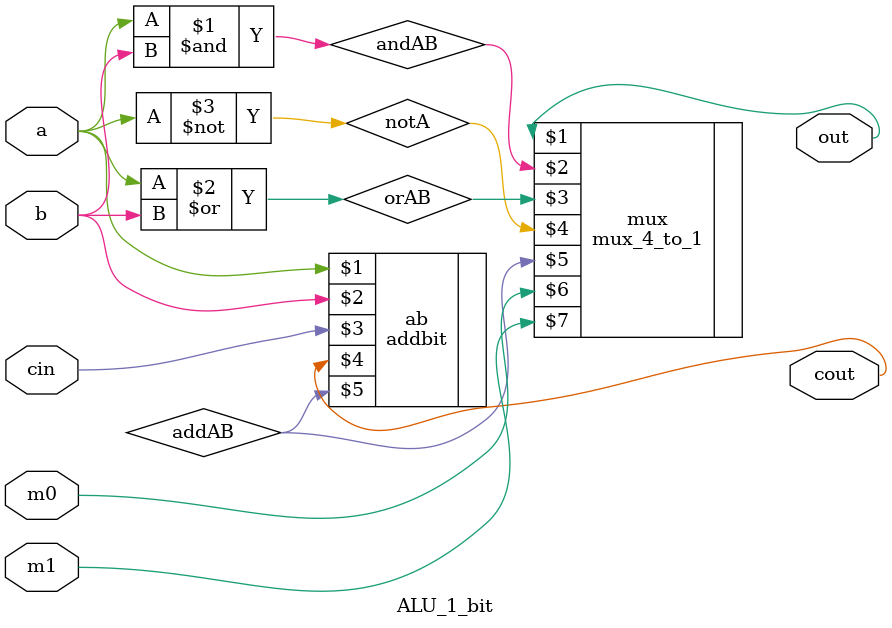
<source format=v>
`include "mux_4_to_1.v"
`include "addbit.v"

module ALU_1_bit(a, b, cin, cout, m0, m1, out);
    input a,b, cin, m0, m1;
    output cout, out;
    
    wire andAB, orAB, notA, addAB;
    
    and(andAB, a, b);
    or(orAB, a, b);
    not(notA, a);   
    addbit ab (a, b, cin, cout, addAB);
    
    mux_4_to_1 mux(out, andAB, orAB, notA, addAB, m0, m1);
    
endmodule

</source>
